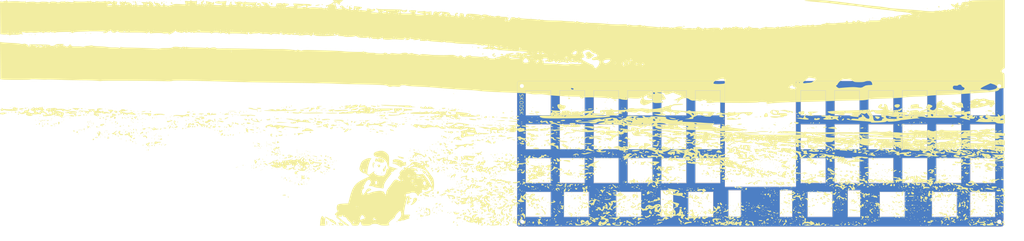
<source format=kicad_pcb>
(kicad_pcb (version 20211014) (generator pcbnew)
  (layers (0 "F.Cu" signal) (31 "B.Cu" signal) (34 "B.Paste" user) (35 "F.Paste" user) (36 "B.SilkS" user "B.Silkscreen") (37 "F.SilkS" user "F.Silkscreen") (38 "B.Mask" user) (39 "F.Mask" user) (44 "Edge.Cuts" user))
  (net 0 "")
  (footprint "LOGO" (layer "F.Cu") (at -5.842 27.051)
    (fp_text reference "G***" hide)
    (fp_text value "LOGO" hide)
  )
  (footprint "MountingHole:MountingHole_2.2mm_M2_Pad" (layer "F.Cu") (at 273.1867 11.95)
    (fp_text reference "H4" hide)
    (fp_text value "MountingHole_Pad")
    (pad "1" thru_hole circle (at 0 0) (size 4.4 4.4) (drill 2.2) (layers *.Cu *.Mask))
  )
  (footprint "MountingHole:MountingHole_2.2mm_M2_Pad" (layer "F.Cu") (at 5.207 88.265)
    (fp_text reference "H1" hide)
    (fp_text value "MountingHole_Pad")
    (pad "1" thru_hole circle (at 0 0) (size 4.4 4.4) (drill 2.2) (layers *.Cu *.Mask))
  )
  (footprint "MountingHole:MountingHole_2.2mm_M2_Pad" (layer "F.Cu") (at 273.3137 88.277)
    (fp_text reference "H4" hide)
    (fp_text value "MountingHole_Pad")
    (pad "1" thru_hole circle (at 0 0) (size 4.4 4.4) (drill 2.2) (layers *.Cu *.Mask))
  )
  (footprint "MountingHole:MountingHole_2.2mm_M2_Pad" (layer "F.Cu") (at 5.08 11.938)
    (fp_text reference "H1" hide)
    (fp_text value "MountingHole_Pad")
    (pad "1" thru_hole circle (at 0 0) (size 4.4 4.4) (drill 2.2) (layers *.Cu *.Mask))
  )
  (gr_line (start 218.821552 66.551005) (end 232.821552 66.551005) (layer "Edge.Cuts") (width 0.2))
  (gr_line (start 83.492256 66.548548) (end 97.492256 66.548548) (layer "Edge.Cuts") (width 0.2))
  (gr_line (start 119.061612 9.540408) (end 119.061612 68.298125) (layer "Edge.Cuts") (width 0.1))
  (gr_line (start 83.501612 14.450125) (end 83.501612 28.450125) (layer "Edge.Cuts") (width 0.2))
  (gr_line (start 194.721552 66.551005) (end 194.721552 52.551005) (layer "Edge.Cuts") (width 0.2))
  (gr_line (start 232.821205 47.500069) (end 232.821205 33.500069) (layer "Edge.Cuts") (width 0.2))
  (gr_line (start 21.301612 71.600125) (end 7.301612 71.600125) (layer "Edge.Cuts") (width 0.2))
  (gr_line (start 251.871552 52.551005) (end 237.871552 52.551005) (layer "Edge.Cuts") (width 0.2))
  (gr_line (start 59.401612 28.450125) (end 59.401612 14.450125) (layer "Edge.Cuts") (width 0.2))
  (gr_line (start 270.891 85.600125) (end 270.891 71.600125) (layer "Edge.Cuts") (width 0.2))
  (gr_line (start 256.924949 28.448548) (end 270.924949 28.448548) (layer "Edge.Cuts") (width 0.2))
  (gr_line (start 21.292256 66.548548) (end 21.292256 52.548548) (layer "Edge.Cuts") (width 0.2))
  (gr_line (start 251.874949 14.448548) (end 237.874949 14.448548) (layer "Edge.Cuts") (width 0.2))
  (gr_line (start 149.992266 85.613107) (end 156.992266 85.613107) (layer "Edge.Cuts") (width 0.2))
  (gr_line (start 194.724949 28.448548) (end 194.724949 14.448548) (layer "Edge.Cuts") (width 0.2))
  (gr_line (start 237.871205 47.500069) (end 251.871205 47.500069) (layer "Edge.Cuts") (width 0.2))
  (gr_line (start 59.402943 47.494159) (end 59.402943 33.494159) (layer "Edge.Cuts") (width 0.2))
  (gr_line (start 83.502943 33.494159) (end 83.502943 47.494159) (layer "Edge.Cuts") (width 0.2))
  (gr_line (start 175.671552 52.551005) (end 161.671552 52.551005) (layer "Edge.Cuts") (width 0.2))
  (gr_line (start 64.442256 66.548548) (end 78.442256 66.548548) (layer "Edge.Cuts") (width 0.2))
  (gr_line (start 21.301612 14.450125) (end 7.301612 14.450125) (layer "Edge.Cuts") (width 0.2))
  (gr_line (start 179.542266 71.613107) (end 165.542266 71.613107) (layer "Edge.Cuts") (width 0.2))
  (gr_line (start 59.402943 33.494159) (end 45.402943 33.494159) (layer "Edge.Cuts") (width 0.2))
  (gr_line (start 26.351612 28.450125) (end 40.351612 28.450125) (layer "Edge.Cuts") (width 0.2))
  (gr_line (start 161.674949 14.448548) (end 161.674949 28.448548) (layer "Edge.Cuts") (width 0.2))
  (gr_line (start 194.724949 14.448548) (end 180.724949 14.448548) (layer "Edge.Cuts") (width 0.2))
  (gr_line (start 188.092266 70.613107) (end 188.092266 85.613107) (layer "Edge.Cuts") (width 0.2))
  (gr_line (start 26.342256 66.548548) (end 40.342256 66.548548) (layer "Edge.Cuts") (width 0.2))
  (gr_line (start 40.352943 47.494159) (end 40.352943 33.494159) (layer "Edge.Cuts") (width 0.2))
  (gr_line (start 26.352943 33.494159) (end 26.352943 47.494159) (layer "Edge.Cuts") (width 0.2))
  (gr_line (start 194.721552 52.551005) (end 180.721552 52.551005) (layer "Edge.Cuts") (width 0.2))
  (gr_line (start 218.821552 52.551005) (end 218.821552 66.551005) (layer "Edge.Cuts") (width 0.2))
  (gr_line (start 58.071612 71.570125) (end 58.071612 85.570125) (layer "Edge.Cuts") (width 0.2))
  (gr_line (start 28.732862 85.600125) (end 42.732862 85.600125) (layer "Edge.Cuts") (width 0.2))
  (gr_line (start 179.542266 85.613107) (end 179.542266 71.613107) (layer "Edge.Cuts") (width 0.2))
  (gr_line (start 3.692026 91.049974) (end 274.357212 91.049992) (layer "Edge.Cuts") (width 0.1))
  (gr_line (start 256.921205 47.500069) (end 270.921205 47.500069) (layer "Edge.Cuts") (width 0.2))
  (gr_line (start 7.301612 85.600125) (end 21.301612 85.600125) (layer "Edge.Cuts") (width 0.2))
  (gr_line (start 116.552943 33.494159) (end 102.552943 33.494159) (layer "Edge.Cuts") (width 0.2))
  (gr_line (start 232.821552 66.551005) (end 232.821552 52.551005) (layer "Edge.Cuts") (width 0.2))
  (gr_line (start 119.442612 68.679125) (end 158.685612 68.679125) (layer "Edge.Cuts") (width 0.1))
  (gr_line (start 180.721205 33.500069) (end 180.721205 47.500069) (layer "Edge.Cuts") (width 0.2))
  (gr_arc (start 159.066612 68.298125) (mid 158.95502 68.567533) (end 158.685612 68.679125) (layer "Edge.Cuts") (width 0.1))
  (gr_line (start 256.891 71.600125) (end 256.891 85.600125) (layer "Edge.Cuts") (width 0.2))
  (gr_line (start 165.542266 71.613107) (end 165.542266 85.613107) (layer "Edge.Cuts") (width 0.2))
  (gr_line (start 116.552943 47.494159) (end 116.552943 33.494159) (layer "Edge.Cuts") (width 0.2))
  (gr_line (start 21.292256 52.548548) (end 7.292256 52.548548) (layer "Edge.Cuts") (width 0.2))
  (gr_line (start 58.071612 85.570125) (end 72.071612 85.570125) (layer "Edge.Cuts") (width 0.2))
  (gr_line (start 78.442256 52.548548) (end 64.442256 52.548548) (layer "Edge.Cuts") (width 0.2))
  (gr_line (start 156.992266 85.613107) (end 156.992266 70.613107) (layer "Edge.Cuts") (width 0.2))
  (gr_line (start 83.492256 52.548548) (end 83.492256 66.548548) (layer "Edge.Cuts") (width 0.2))
  (gr_line (start 165.542266 85.613107) (end 179.542266 85.613107) (layer "Edge.Cuts") (width 0.2))
  (gr_line (start 45.392256 52.548548) (end 45.392256 66.548548) (layer "Edge.Cuts") (width 0.2))
  (gr_arc (start 275.627212 89.779992) (mid 275.255235 90.678) (end 274.357212 91.049992) (layer "Edge.Cuts") (width 0.1))
  (gr_line (start 270.891 71.600125) (end 256.891 71.600125) (layer "Edge.Cuts") (width 0.2))
  (gr_line (start 7.302943 47.494159) (end 21.302943 47.494159) (layer "Edge.Cuts") (width 0.2))
  (gr_line (start 232.821205 33.500069) (end 218.821205 33.500069) (layer "Edge.Cuts") (width 0.2))
  (gr_line (start 45.402943 47.494159) (end 59.402943 47.494159) (layer "Edge.Cuts") (width 0.2))
  (gr_line (start 112.584612 85.570125) (end 112.584612 71.570125) (layer "Edge.Cuts") (width 0.2))
  (gr_line (start 97.492256 66.548548) (end 97.492256 52.548548) (layer "Edge.Cuts") (width 0.2))
  (gr_line (start 72.071612 71.570125) (end 58.071612 71.570125) (layer "Edge.Cuts") (width 0.2))
  (gr_line (start 118.680612 9.159408) (end 3.692026 9.153026) (layer "Edge.Cuts") (width 0.1))
  (gr_line (start 161.671552 66.551005) (end 175.671552 66.551005) (layer "Edge.Cuts") (width 0.2))
  (gr_line (start 26.342256 52.548548) (end 26.342256 66.548548) (layer "Edge.Cuts") (width 0.2))
  (gr_line (start 40.351612 28.450125) (end 40.351612 14.450125) (layer "Edge.Cuts") (width 0.2))
  (gr_line (start 180.721552 52.551005) (end 180.721552 66.551005) (layer "Edge.Cuts") (width 0.2))
  (gr_line (start 97.501612 14.450125) (end 83.501612 14.450125) (layer "Edge.Cuts") (width 0.2))
  (gr_line (start 78.452943 33.494159) (end 64.452943 33.494159) (layer "Edge.Cuts") (width 0.2))
  (gr_line (start 121.134612 70.570125) (end 121.134612 85.570125) (layer "Edge.Cuts") (width 0.2))
  (gr_line (start 21.301612 28.450125) (end 21.301612 14.450125) (layer "Edge.Cuts") (width 0.2))
  (gr_line (start 270.921552 52.551005) (end 256.921552 52.551005) (layer "Edge.Cuts") (width 0.2))
  (gr_line (start 251.871205 33.500069) (end 237.871205 33.500069) (layer "Edge.Cuts") (width 0.2))
  (gr_line (start 213.771205 47.500069) (end 213.771205 33.500069) (layer "Edge.Cuts") (width 0.2))
  (gr_line (start 270.924949 28.448548) (end 270.924949 14.448548) (layer "Edge.Cuts") (width 0.2))
  (gr_line (start 199.771552 52.551005) (end 199.771552 66.551005) (layer "Edge.Cuts") (width 0.2))
  (gr_line (start 97.502943 33.494159) (end 83.502943 33.494159) (layer "Edge.Cuts") (width 0.2))
  (gr_line (start 90.034612 85.570125) (end 90.034612 70.570125) (layer "Edge.Cuts") (width 0.2))
  (gr_line (start 64.452943 47.494159) (end 78.452943 47.494159) (layer "Edge.Cuts") (width 0.2))
  (gr_line (start 218.821205 47.500069) (end 232.821205 47.500069) (layer "Edge.Cuts") (width 0.2))
  (gr_line (start 206.106 71.570125) (end 206.106 85.570125) (layer "Edge.Cuts") (width 0.2))
  (gr_line (start 213.774949 28.448548) (end 213.774949 14.448548) (layer "Edge.Cuts") (width 0.2))
  (gr_line (start 26.351612 14.450125) (end 26.351612 28.450125) (layer "Edge.Cuts") (width 0.2))
  (gr_line (start 256.891 85.600125) (end 270.891 85.600125) (layer "Edge.Cuts") (width 0.2))
  (gr_line (start 21.301612 85.600125) (end 21.301612 71.600125) (layer "Edge.Cuts") (width 0.2))
  (gr_line (start 256.921552 66.551005) (end 270.921552 66.551005) (layer "Edge.Cuts") (width 0.2))
  (gr_line (start 218.821205 33.500069) (end 218.821205 47.500069) (layer "Edge.Cuts") (width 0.2))
  (gr_line (start 90.034612 70.570125) (end 83.034612 70.570125) (layer "Edge.Cuts") (width 0.2))
  (gr_line (start 26.352943 47.494159) (end 40.352943 47.494159) (layer "Edge.Cuts") (width 0.2))
  (gr_line (start 199.771552 66.551005) (end 213.771552 66.551005) (layer "Edge.Cuts") (width 0.2))
  (gr_line (start 7.302943 33.494159) (end 7.302943 47.494159) (layer "Edge.Cuts") (width 0.2))
  (gr_line (start 28.732862 71.600125) (end 28.732862 85.600125) (layer "Edge.Cuts") (width 0.2))
  (gr_line (start 199.771205 47.500069) (end 213.771205 47.500069) (layer "Edge.Cuts") (width 0.2))
  (gr_line (start 64.452943 33.494159) (end 64.452943 47.494159) (layer "Edge.Cuts") (width 0.2))
  (gr_line (start 270.921552 66.551005) (end 270.921552 52.551005) (layer "Edge.Cuts") (width 0.2))
  (gr_line (start 102.552943 47.494159) (end 116.552943 47.494159) (layer "Edge.Cuts") (width 0.2))
  (gr_line (start 21.302943 33.494159) (end 7.302943 33.494159) (layer "Edge.Cuts") (width 0.2))
  (gr_line (start 112.584612 71.570125) (end 98.584612 71.570125) (layer "Edge.Cuts") (width 0.2))
  (gr_line (start 220.106 71.570125) (end 206.106 71.570125) (layer "Edge.Cuts") (width 0.2))
  (gr_line (start 275.627212 89.779992) (end 275.580942 10.423043) (layer "Edge.Cuts") (width 0.1))
  (gr_line (start 59.392256 66.548548) (end 59.392256 52.548548) (layer "Edge.Cuts") (width 0.2))
  (gr_line (start 195.092266 70.613107) (end 188.092266 70.613107) (layer "Edge.Cuts") (width 0.2))
  (gr_line (start 83.034612 70.570125) (end 83.034612 85.570125) (layer "Edge.Cuts") (width 0.2))
  (gr_line (start 83.501612 28.450125) (end 97.501612 28.450125) (layer "Edge.Cuts") (width 0.2))
  (gr_line (start 199.771205 33.500069) (end 199.771205 47.500069) (layer "Edge.Cuts") (width 0.2))
  (gr_line (start 116.542256 52.548548) (end 102.542256 52.548548) (layer "Edge.Cuts") (width 0.2))
  (gr_line (start 180.724949 14.448548) (end 180.724949 28.448548) (layer "Edge.Cuts") (width 0.2))
  (gr_line (start 59.392256 52.548548) (end 45.392256 52.548548) (layer "Edge.Cuts") (width 0.2))
  (gr_line (start 45.392256 66.548548) (end 59.392256 66.548548) (layer "Edge.Cuts") (width 0.2))
  (gr_line (start 237.871552 66.551005) (end 251.871552 66.551005) (layer "Edge.Cuts") (width 0.2))
  (gr_line (start 116.551612 14.450125) (end 102.551612 14.450125) (layer "Edge.Cuts") (width 0.2))
  (gr_arc (start 3.692026 91.049974) (mid 2.794 90.678) (end 2.422026 89.779974) (layer "Edge.Cuts") (width 0.1))
  (gr_line (start 45.401612 14.450125) (end 45.401612 28.450125) (layer "Edge.Cuts") (width 0.2))
  (gr_line (start 40.342256 66.548548) (end 40.342256 52.548548) (layer "Edge.Cuts") (width 0.2))
  (gr_arc (start 159.019408 9.540408) (mid 159.131006 9.27101) (end 159.400408 9.159408) (layer "Edge.Cuts") (width 0.1))
  (gr_line (start 237.874949 14.448548) (end 237.874949 28.448548) (layer "Edge.Cuts") (width 0.2))
  (gr_line (start 45.402943 33.494159) (end 45.402943 47.494159) (layer "Edge.Cuts") (width 0.2))
  (gr_arc (start 119.442612 68.679125) (mid 119.173204 68.567533) (end 119.061612 68.298125) (layer "Edge.Cuts") (width 0.1))
  (gr_line (start 218.824949 28.448548) (end 232.824949 28.448548) (layer "Edge.Cuts") (width 0.2))
  (gr_line (start 213.771552 52.551005) (end 199.771552 52.551005) (layer "Edge.Cuts") (width 0.2))
  (gr_line (start 180.721205 47.500069) (end 194.721205 47.500069) (layer "Edge.Cuts") (width 0.2))
  (gr_line (start 42.732862 71.600125) (end 28.732862 71.600125) (layer "Edge.Cuts") (width 0.2))
  (gr_line (start 175.674949 28.448548) (end 175.674949 14.448548) (layer "Edge.Cuts") (width 0.2))
  (gr_line (start 194.721205 33.500069) (end 180.721205 33.500069) (layer "Edge.Cuts") (width 0.2))
  (gr_line (start 175.671552 66.551005) (end 175.671552 52.551005) (layer "Edge.Cuts") (width 0.2))
  (gr_line (start 256.921552 52.551005) (end 256.921552 66.551005) (layer "Edge.Cuts") (width 0.2))
  (gr_line (start 116.542256 66.548548) (end 116.542256 52.548548) (layer "Edge.Cuts") (width 0.2))
  (gr_line (start 7.301612 28.450125) (end 21.301612 28.450125) (layer "Edge.Cuts") (width 0.2))
  (gr_line (start 7.301612 14.450125) (end 7.301612 28.450125) (layer "Edge.Cuts") (width 0.2))
  (gr_line (start 232.824949 14.448548) (end 218.824949 14.448548) (layer "Edge.Cuts") (width 0.2))
  (gr_line (start 199.774949 14.448548) (end 199.774949 28.448548) (layer "Edge.Cuts") (width 0.2))
  (gr_line (start 116.551612 28.450125) (end 116.551612 14.450125) (layer "Edge.Cuts") (width 0.2))
  (gr_line (start 121.134612 85.570125) (end 128.134612 85.570125) (layer "Edge.Cuts") (width 0.2))
  (gr_line (start 256.924949 14.448548) (end 256.924949 28.448548) (layer "Edge.Cuts") (width 0.2))
  (gr_line (start 237.871552 52.551005) (end 237.871552 66.551005) (layer "Edge.Cuts") (width 0.2))
  (gr_line (start 64.451612 28.450125) (end 78.451612 28.450125) (layer "Edge.Cuts") (width 0.2))
  (gr_line (start 188.092266 85.613107) (end 195.092266 85.613107) (layer "Edge.Cuts") (width 0.2))
  (gr_line (start 237.874949 28.448548) (end 251.874949 28.448548) (layer "Edge.Cuts") (width 0.2))
  (gr_line (start 175.674949 14.448548) (end 161.674949 14.448548) (layer "Edge.Cuts") (width 0.2))
  (gr_line (start 128.134612 70.570125) (end 121.134612 70.570125) (layer "Edge.Cuts") (width 0.2))
  (gr_line (start 206.106 85.570125) (end 220.106 85.570125) (layer "Edge.Cuts") (width 0.2))
  (gr_line (start 21.302943 47.494159) (end 21.302943 33.494159) (layer "Edge.Cuts") (width 0.2))
  (gr_line (start 249.45975 71.600125) (end 235.45975 71.600125) (layer "Edge.Cuts") (width 0.2))
  (gr_line (start 180.721552 66.551005) (end 194.721552 66.551005) (layer "Edge.Cuts") (width 0.2))
  (gr_line (start 149.992266 70.613107) (end 149.992266 85.613107) (layer "Edge.Cuts") (width 0.2))
  (gr_line (start 256.921205 33.500069) (end 256.921205 47.500069) (layer "Edge.Cuts") (width 0.2))
  (gr_line (start 161.674949 28.448548) (end 175.674949 28.448548) (layer "Edge.Cuts") (width 0.2))
  (gr_arc (start 2.422026 10.423026) (mid 2.794 9.525) (end 3.692026 9.153026) (layer "Edge.Cuts") (width 0.1))
  (gr_line (start 220.106 85.570125) (end 220.106 71.570125) (layer "Edge.Cuts") (width 0.2))
  (gr_line (start 218.824949 14.448548) (end 218.824949 28.448548) (layer "Edge.Cuts") (width 0.2))
  (gr_line (start 102.552943 33.494159) (end 102.552943 47.494159) (layer "Edge.Cuts") (width 0.2))
  (gr_line (start 156.992266 70.613107) (end 149.992266 70.613107) (layer "Edge.Cuts") (width 0.2))
  (gr_line (start 98.584612 71.570125) (end 98.584612 85.570125) (layer "Edge.Cuts") (width 0.2))
  (gr_line (start 78.442256 66.548548) (end 78.442256 52.548548) (layer "Edge.Cuts") (width 0.2))
  (gr_line (start 64.451612 14.450125) (end 64.451612 28.450125) (layer "Edge.Cuts") (width 0.2))
  (gr_line (start 7.292256 66.548548) (end 21.292256 66.548548) (layer "Edge.Cuts") (width 0.2))
  (gr_line (start 251.874949 28.448548) (end 251.874949 14.448548) (layer "Edge.Cuts") (width 0.2))
  (gr_line (start 232.821552 52.551005) (end 218.821552 52.551005) (layer "Edge.Cuts") (width 0.2))
  (gr_line (start 102.551612 28.450125) (end 116.551612 28.450125) (layer "Edge.Cuts") (width 0.2))
  (gr_line (start 72.071612 85.570125) (end 72.071612 71.570125) (layer "Edge.Cuts") (width 0.2))
  (gr_line (start 235.45975 71.600125) (end 235.45975 85.600125) (layer "Edge.Cuts") (width 0.2))
  (gr_line (start 161.671205 47.500069) (end 175.671205 47.500069) (layer "Edge.Cuts") (width 0.2))
  (gr_line (start 213.771552 66.551005) (end 213.771552 52.551005) (layer "Edge.Cuts") (width 0.2))
  (gr_line (start 249.45975 85.600125) (end 249.45975 71.600125) (layer "Edge.Cuts") (width 0.2))
  (gr_line (start 251.871205 47.500069) (end 251.871205 33.500069) (layer "Edge.Cuts") (width 0.2))
  (gr_arc (start 118.680612 9.159408) (mid 118.950026 9.270999) (end 119.061612 9.540408) (layer "Edge.Cuts") (width 0.1))
  (gr_line (start 213.771205 33.500069) (end 199.771205 33.500069) (layer "Edge.Cuts") (width 0.2))
  (gr_line (start 83.034612 85.570125) (end 90.034612 85.570125) (layer "Edge.Cuts") (width 0.2))
  (gr_line (start 59.401612 14.450125) (end 45.401612 14.450125) (layer "Edge.Cuts") (width 0.2))
  (gr_line (start 128.134612 85.570125) (end 128.134612 70.570125) (layer "Edge.Cuts") (width 0.2))
  (gr_line (start 270.921205 33.500069) (end 256.921205 33.500069) (layer "Edge.Cuts") (width 0.2))
  (gr_line (start 97.501612 28.450125) (end 97.501612 14.450125) (layer "Edge.Cuts") (width 0.2))
  (gr_arc (start 274.310942 9.153043) (mid 275.209 9.525) (end 275.580942 10.423043) (layer "Edge.Cuts") (width 0.1))
  (gr_line (start 97.492256 52.548548) (end 83.492256 52.548548) (layer "Edge.Cuts") (width 0.2))
  (gr_line (start 235.45975 85.600125) (end 249.45975 85.600125) (layer "Edge.Cuts") (width 0.2))
  (gr_line (start 175.671205 33.500069) (end 161.671205 33.500069) (layer "Edge.Cuts") (width 0.2))
  (gr_line (start 64.442256 52.548548) (end 64.442256 66.548548) (layer "Edge.Cuts") (width 0.2))
  (gr_line (start 40.342256 52.548548) (end 26.342256 52.548548) (layer "Edge.Cuts") (width 0.2))
  (gr_line (start 7.292256 52.548548) (end 7.292256 66.548548) (layer "Edge.Cuts") (width 0.2))
  (gr_line (start 98.584612 85.570125) (end 112.584612 85.570125) (layer "Edge.Cuts") (width 0.2))
  (gr_line (start 78.451612 14.450125) (end 64.451612 14.450125) (layer "Edge.Cuts") (width 0.2))
  (gr_line (start 83.502943 47.494159) (end 97.502943 47.494159) (layer "Edge.Cuts") (width 0.2))
  (gr_line (start 232.824949 28.448548) (end 232.824949 14.448548) (layer "Edge.Cuts") (width 0.2))
  (gr_line (start 161.671552 52.551005) (end 161.671552 66.551005) (layer "Edge.Cuts") (width 0.2))
  (gr_line (start 40.352943 33.494159) (end 26.352943 33.494159) (layer "Edge.Cuts") (width 0.2))
  (gr_line (start 102.542256 52.548548) (end 102.542256 66.548548) (layer "Edge.Cuts") (width 0.2))
  (gr_line (start 194.721205 47.500069) (end 194.721205 33.500069) (layer "Edge.Cuts") (width 0.2))
  (gr_line (start 102.542256 66.548548) (end 116.542256 66.548548) (layer "Edge.Cuts") (width 0.2))
  (gr_line (start 270.924949 14.448548) (end 256.924949 14.448548) (layer "Edge.Cuts") (width 0.2))
  (gr_line (start 161.671205 33.500069) (end 161.671205 47.500069) (layer "Edge.Cuts") (width 0.2))
  (gr_line (start 97.502943 47.494159) (end 97.502943 33.494159) (layer "Edge.Cuts") (width 0.2))
  (gr_line (start 274.310942 9.153043) (end 159.400408 9.159408) (layer "Edge.Cuts") (width 0.1))
  (gr_line (start 199.774949 28.448548) (end 213.774949 28.448548) (layer "Edge.Cuts") (width 0.2))
  (gr_line (start 175.671205 47.500069) (end 175.671205 33.500069) (layer "Edge.Cuts") (width 0.2))
  (gr_line (start 251.871552 66.551005) (end 251.871552 52.551005) (layer "Edge.Cuts") (width 0.2))
  (gr_line (start 42.732862 85.600125) (end 42.732862 71.600125) (layer "Edge.Cuts") (width 0.2))
  (gr_line (start 270.921205 47.500069) (end 270.921205 33.500069) (layer "Edge.Cuts") (width 0.2))
  (gr_line (start 159.066612 68.298125) (end 159.019408 9.540408) (layer "Edge.Cuts") (width 0.1))
  (gr_line (start 180.724949 28.448548) (end 194.724949 28.448548) (layer "Edge.Cuts") (width 0.2))
  (gr_line (start 7.301612 71.600125) (end 7.301612 85.600125) (layer "Edge.Cuts") (width 0.2))
  (gr_line (start 78.452943 47.494159) (end 78.452943 33.494159) (layer "Edge.Cuts") (width 0.2))
  (gr_line (start 2.422026 10.423026) (end 2.422026 89.779974) (layer "Edge.Cuts") (width 0.1))
  (gr_line (start 40.351612 14.450125) (end 26.351612 14.450125) (layer "Edge.Cuts") (width 0.2))
  (gr_line (start 102.551612 14.450125) (end 102.551612 28.450125) (layer "Edge.Cuts") (width 0.2))
  (gr_line (start 195.092266 85.613107) (end 195.092266 70.613107) (layer "Edge.Cuts") (width 0.2))
  (gr_line (start 237.871205 33.500069) (end 237.871205 47.500069) (layer "Edge.Cuts") (width 0.2))
  (gr_line (start 213.774949 14.448548) (end 199.774949 14.448548) (layer "Edge.Cuts") (width 0.2))
  (gr_line (start 78.451612 28.450125) (end 78.451612 14.450125) (layer "Edge.Cuts") (width 0.2))
  (gr_line (start 45.401612 28.450125) (end 59.401612 28.450125) (layer "Edge.Cuts") (width 0.2))
  (gr_text "SKOOSK" (at 4.7625 22.225 270) (layer "F.SilkS") (effects (font (size 2 2))))
  (gr_text "SKOOSK" (at 4.7625 22.225 270) (layer "F.SilkS") (effects (font (size 2 2))))
  (zone (net 0) (net_name "") (layers F&B.Cu) (connect_pads (clearance 0)) (min_thickness 0.254) (fill yes (thermal_gap 0.508) (thermal_bridge_width 0.508))
    (polygon (pts (xy 287.147 97.536) (xy -6.731 99.314) (xy -7.747 -4.064) (xy 286.893 0.762)))
  )
  (zone (net 0) (net_name "") (layers F&B.Cu) (connect_pads (clearance 0)) (min_thickness 0.254) (fill yes (thermal_gap 0.508) (thermal_bridge_width 0.508))
    (polygon (pts (xy 287.147 97.536) (xy -6.731 99.314) (xy -7.747 -4.064) (xy 286.893 0.762)))
  )
)
</source>
